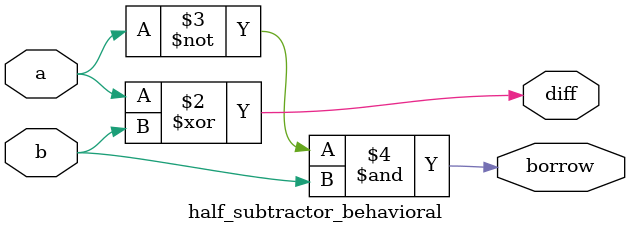
<source format=v>
module half_subtractor_gate(input a, b, output diff, borrow);
    xor(diff, a, b);       // Difference = A XOR B
    and(borrow, ~a, b);    // Borrow = NOT A AND B
endmodule

//Dataflow Modeling
module half_subtractor_dataflow(input a, b, output diff, borrow);
    assign diff   = a ^ b;
    assign borrow = (~a) & b;
endmodule

//behavioral Modeling
module half_subtractor_behavioral(input a, b, output reg diff, borrow);
    always @ (a or b) begin
        diff   = a ^ b;
        borrow = (~a) & b;
    end
endmodule

</source>
